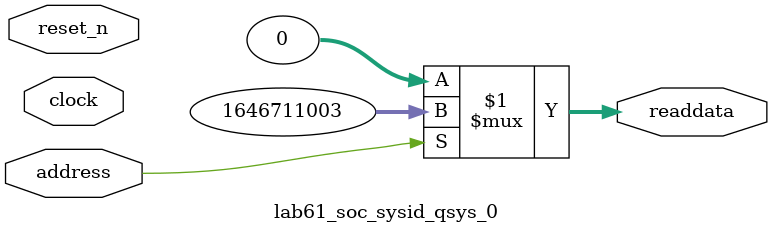
<source format=v>



// synthesis translate_off
`timescale 1ns / 1ps
// synthesis translate_on

// turn off superfluous verilog processor warnings 
// altera message_level Level1 
// altera message_off 10034 10035 10036 10037 10230 10240 10030 

module lab61_soc_sysid_qsys_0 (
               // inputs:
                address,
                clock,
                reset_n,

               // outputs:
                readdata
             )
;

  output  [ 31: 0] readdata;
  input            address;
  input            clock;
  input            reset_n;

  wire    [ 31: 0] readdata;
  //control_slave, which is an e_avalon_slave
  assign readdata = address ? 1646711003 : 0;

endmodule



</source>
